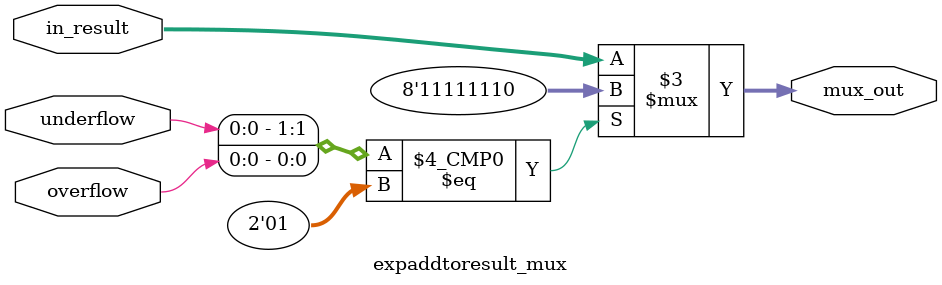
<source format=v>
`timescale 1ns / 1ps


module expaddtoresult_mux(
    output reg [7:0] mux_out,

    input wire [7:0] in_result,

    //select lines
    input wire underflow, 
    input wire overflow
    );

    always @(*) begin
        case({underflow, overflow}) 
            
            // neither overflow nor underflow has occured.
            00: mux_out= in_result;

            // overflow has occured.
            01: mux_out= 8'b1111_1110;

            // underflow has occured.
            10: mux_out= 8'b0000_0001;

            //-> take advice on this case. what should be the
            //-> default case for 11 and all other unforseen 
            //-> conditions?.
            default: mux_out= in_result;
        endcase
    end
endmodule

</source>
